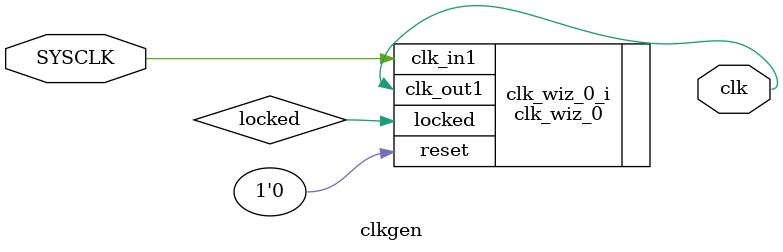
<source format=sv>
`timescale 1ns/1ps

`default_nettype none

module clkgen (
    input wire logic SYSCLK,
    //input wire logic SYSCLK_N,
    output wire logic clk
);

    logic locked;

    clk_wiz_0 clk_wiz_0_i(
        // I/O for MMCM
        .reset(1'b0),
        .locked(locked),
        
        // input clock (differential)
        //.clk_in1_p(SYSCLK_P),
        //.clk_in1_n(SYSCLK_N),
        .clk_in1(SYSCLK),
        
        // main clock
        .clk_out1(clk)

        // clock used for debug hub

        
        // clock used for ila sampling


    );

endmodule

`default_nettype wire

</source>
